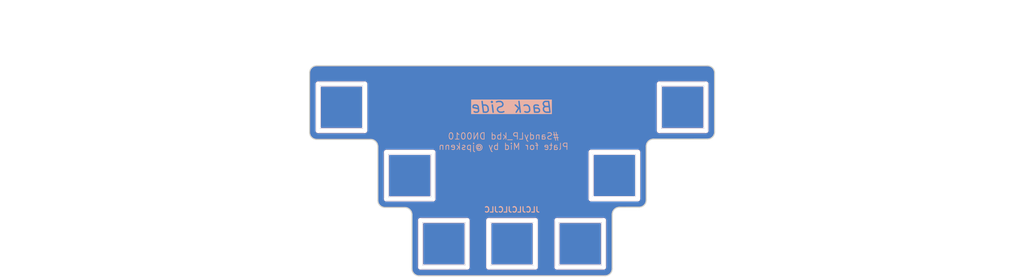
<source format=kicad_pcb>
(kicad_pcb (version 20240108) (generator "pcbnew") (generator_version "8.0")
  (title_block (title "Sandy") (date "2023-01-06") (rev "v.0") (company "@jpskenn"))
  (layers (0 "F.Cu" signal) (31 "B.Cu" signal) (34 "B.Paste" user) (35 "F.Paste" user) (36 "B.SilkS" user "B.Silkscreen") (37 "F.SilkS" user "F.Silkscreen") (38 "B.Mask" user) (39 "F.Mask" user) (44 "Edge.Cuts" user))
  (net 0 "")
  (footprint "locallib:MX-Switch-Hole" (layer "F.Cu") (at 182.983435 87.72528)
    (property "Reference" "SW_R4CNT_R1" (hide yes))
    (property "Value" "SW_Push")
    (pad "" np_thru_hole roundrect (at -6.5 0 90) (size 14 1) (drill oval 14 1) (layers "F&B.Cu" "*.Mask") (roundrect_rratio 0.5))
    (pad "" np_thru_hole roundrect (at 0 -6.5) (size 14 1) (drill oval 14 1) (layers "F&B.Cu" "*.Mask") (roundrect_rratio 0.5))
    (pad "" np_thru_hole roundrect (at 0 6.5) (size 14 1) (drill oval 14 1) (layers "F&B.Cu" "*.Mask") (roundrect_rratio 0.5))
    (pad "" np_thru_hole roundrect (at 6.5 0 90) (size 14 1) (drill oval 14 1) (layers "F&B.Cu" "*.Mask") (roundrect_rratio 0.5))
  )
  (footprint "locallib:SandyLP_outline_Mid" (layer "F.Cu") (at 163.933435 59.15028)
    (property "Reference" "Cutout1" (hide yes))
    (property "Value" "60_Outline" (hide yes))
    (fp_line (start -56.535 -2.55004) (end -56.535 -19.13129) (stroke (width 0.3)) (layer "Edge.Cuts"))
    (fp_line (start -54.535 -0.55004) (end -39.475 -0.55004) (stroke (width 0.3)) (layer "Edge.Cuts"))
    (fp_line (start -37.475 16.44996) (end -37.475 1.44996) (stroke (width 0.3)) (layer "Edge.Cuts"))
    (fp_line (start -35.475 18.44996) (end -29.95 18.44996) (stroke (width 0.3)) (layer "Edge.Cuts"))
    (fp_line (start -27.95 35.52496) (end -27.95 20.44996) (stroke (width 0.3)) (layer "Edge.Cuts"))
    (fp_line (start -25.95 37.52496) (end 25.975 37.520746) (stroke (width 0.3)) (layer "Edge.Cuts"))
    (fp_line (start 27.975 35.520746) (end 27.975 20.389174) (stroke (width 0.3)) (layer "Edge.Cuts"))
    (fp_line (start 29.975 18.389174) (end 35.475 18.379174) (stroke (width 0.3)) (layer "Edge.Cuts"))
    (fp_line (start 37.475 16.379174) (end 37.475 1.371532) (stroke (width 0.3)) (layer "Edge.Cuts"))
    (fp_line (start 39.475 -0.628468) (end 54.555 -0.638468) (stroke (width 0.3)) (layer "Edge.Cuts"))
    (fp_line (start 54.555 -21.13129) (end -54.535 -21.13129) (stroke (width 0.3)) (layer "Edge.Cuts"))
    (fp_line (start 56.555 -2.638468) (end 56.555 -19.13129) (stroke (width 0.3)) (layer "Edge.Cuts"))
    (fp_arc (start -56.535 -19.13129) (mid -55.949214 -20.545504) (end -54.535 -21.13129) (stroke (width 0.3)) (layer "Edge.Cuts"))
    (fp_arc (start -54.535 -0.55004) (mid -55.949214 -1.135826) (end -56.535 -2.55004) (stroke (width 0.3)) (layer "Edge.Cuts"))
    (fp_arc (start -39.475 -0.55004) (mid -38.060786 0.035746) (end -37.475 1.44996) (stroke (width 0.3)) (layer "Edge.Cuts"))
    (fp_arc (start -35.475 18.44996) (mid -36.889214 17.864174) (end -37.475 16.44996) (stroke (width 0.3)) (layer "Edge.Cuts"))
    (fp_arc (start -29.95 18.44996) (mid -28.535786 19.035746) (end -27.95 20.44996) (stroke (width 0.3)) (layer "Edge.Cuts"))
    (fp_arc (start -25.95 37.52496) (mid -27.364214 36.939174) (end -27.95 35.52496) (stroke (width 0.3)) (layer "Edge.Cuts"))
    (fp_arc (start 27.975 20.389174) (mid 28.560766 18.974948) (end 29.975 18.389174) (stroke (width 0.3)) (layer "Edge.Cuts"))
    (fp_arc (start 27.975 35.520746) (mid 27.389211 36.934956) (end 25.975 37.520746) (stroke (width 0.3)) (layer "Edge.Cuts"))
    (fp_arc (start 37.475 1.371532) (mid 38.060786 -0.042683) (end 39.475 -0.628468) (stroke (width 0.3)) (layer "Edge.Cuts"))
    (fp_arc (start 37.475 16.379174) (mid 36.889193 17.793375) (end 35.475 18.379174) (stroke (width 0.3)) (layer "Edge.Cuts"))
    (fp_arc (start 54.555 -21.13129) (mid 55.96921 -20.545503) (end 56.555 -19.13129) (stroke (width 0.3)) (layer "Edge.Cuts"))
    (fp_arc (start 56.555 -2.638468) (mid 55.969219 -1.22425) (end 54.555 -0.638468) (stroke (width 0.3)) (layer "Edge.Cuts"))
  )
  (footprint "locallib:MX-Switch-Hole" (layer "F.Cu") (at 211.558435 49.62528)
    (property "Reference" "SW_U1" (hide yes))
    (property "Value" "SW_Push")
    (pad "" np_thru_hole roundrect (at -6.5 0 90) (size 14 1) (drill oval 14 1) (layers "F&B.Cu" "*.Mask") (roundrect_rratio 0.5))
    (pad "" np_thru_hole roundrect (at 0 -6.5) (size 14 1) (drill oval 14 1) (layers "F&B.Cu" "*.Mask") (roundrect_rratio 0.5))
    (pad "" np_thru_hole roundrect (at 0 6.5) (size 14 1) (drill oval 14 1) (layers "F&B.Cu" "*.Mask") (roundrect_rratio 0.5))
    (pad "" np_thru_hole roundrect (at 6.5 0 90) (size 14 1) (drill oval 14 1) (layers "F&B.Cu" "*.Mask") (roundrect_rratio 0.5))
  )
  (footprint "locallib:MX-Switch-Hole" (layer "F.Cu") (at 135.358435 68.70032)
    (property "Reference" "SW_G1" (hide yes))
    (property "Value" "SW_Push")
    (pad "" np_thru_hole roundrect (at -6.5 0 90) (size 14 1) (drill oval 14 1) (layers "F&B.Cu" "*.Mask") (roundrect_rratio 0.5))
    (pad "" np_thru_hole roundrect (at 0 -6.5) (size 14 1) (drill oval 14 1) (layers "F&B.Cu" "*.Mask") (roundrect_rratio 0.5))
    (pad "" np_thru_hole roundrect (at 0 6.5) (size 14 1) (drill oval 14 1) (layers "F&B.Cu" "*.Mask") (roundrect_rratio 0.5))
    (pad "" np_thru_hole roundrect (at 6.5 0 90) (size 14 1) (drill oval 14 1) (layers "F&B.Cu" "*.Mask") (roundrect_rratio 0.5))
  )
  (footprint "locallib:MX-Switch-Hole" (layer "F.Cu") (at 192.508435 68.67528)
    (property "Reference" "SW_H1" (hide yes))
    (property "Value" "SW_Push")
    (pad "" np_thru_hole roundrect (at -6.5 0 90) (size 14 1) (drill oval 14 1) (layers "F&B.Cu" "*.Mask") (roundrect_rratio 0.5))
    (pad "" np_thru_hole roundrect (at 0 -6.5) (size 14 1) (drill oval 14 1) (layers "F&B.Cu" "*.Mask") (roundrect_rratio 0.5))
    (pad "" np_thru_hole roundrect (at 0 6.5) (size 14 1) (drill oval 14 1) (layers "F&B.Cu" "*.Mask") (roundrect_rratio 0.5))
    (pad "" np_thru_hole roundrect (at 6.5 0 90) (size 14 1) (drill oval 14 1) (layers "F&B.Cu" "*.Mask") (roundrect_rratio 0.5))
  )
  (footprint "locallib:MX-Switch-Hole" (layer "F.Cu") (at 116.308435 49.62528)
    (property "Reference" "SW_R1" (hide yes))
    (property "Value" "SW_Push")
    (pad "" np_thru_hole roundrect (at -6.5 0 90) (size 14 1) (drill oval 14 1) (layers "F&B.Cu" "*.Mask") (roundrect_rratio 0.5))
    (pad "" np_thru_hole roundrect (at 0 -6.5) (size 14 1) (drill oval 14 1) (layers "F&B.Cu" "*.Mask") (roundrect_rratio 0.5))
    (pad "" np_thru_hole roundrect (at 0 6.5) (size 14 1) (drill oval 14 1) (layers "F&B.Cu" "*.Mask") (roundrect_rratio 0.5))
    (pad "" np_thru_hole roundrect (at 6.5 0 90) (size 14 1) (drill oval 14 1) (layers "F&B.Cu" "*.Mask") (roundrect_rratio 0.5))
  )
  (footprint "locallib:MX-Switch-Hole" (layer "F.Cu") (at 144.883435 87.72528)
    (property "Reference" "SW_R4CNT_L1" (hide yes))
    (property "Value" "SW_Push")
    (pad "" np_thru_hole roundrect (at -6.5 0 90) (size 14 1) (drill oval 14 1) (layers "F&B.Cu" "*.Mask") (roundrect_rratio 0.5))
    (pad "" np_thru_hole roundrect (at 0 -6.5) (size 14 1) (drill oval 14 1) (layers "F&B.Cu" "*.Mask") (roundrect_rratio 0.5))
    (pad "" np_thru_hole roundrect (at 0 6.5) (size 14 1) (drill oval 14 1) (layers "F&B.Cu" "*.Mask") (roundrect_rratio 0.5))
    (pad "" np_thru_hole roundrect (at 6.5 0 90) (size 14 1) (drill oval 14 1) (layers "F&B.Cu" "*.Mask") (roundrect_rratio 0.5))
  )
  (footprint "locallib:MX-Switch-Hole" (layer "F.Cu") (at 163.933435 87.72528)
    (property "Reference" "SW_R4CNT_C1" (hide yes))
    (property "Value" "SW_Push")
    (pad "" np_thru_hole roundrect (at -6.5 0 90) (size 14 1) (drill oval 14 1) (layers "F&B.Cu" "*.Mask") (roundrect_rratio 0.5))
    (pad "" np_thru_hole roundrect (at 0 -6.5) (size 14 1) (drill oval 14 1) (layers "F&B.Cu" "*.Mask") (roundrect_rratio 0.5))
    (pad "" np_thru_hole roundrect (at 0 6.5) (size 14 1) (drill oval 14 1) (layers "F&B.Cu" "*.Mask") (roundrect_rratio 0.5))
    (pad "" np_thru_hole roundrect (at 6.5 0 90) (size 14 1) (drill oval 14 1) (layers "F&B.Cu" "*.Mask") (roundrect_rratio 0.5))
  )
  (gr_text "JLCJLCJLCJLC" (at 163.933435 78.20028 0) (layer "B.SilkS") (effects (font (size 1.5 1.5) (thickness 0.3)) (justify mirror)))
  (gr_text "Back Side" (at 163.933435 49.62528 0) (layer "B.SilkS" knockout) (effects (font (size 3 3) (thickness 0.4) (italic yes)) (justify mirror)))
  (gr_text "#SandyLP_kbd DN0010\nPlate for Mid by @jpskenn" (at 161.552185 59.15028 0) (layer "B.SilkS") (effects (font (size 1.8 1.8) (thickness 0.2)) (justify mirror)))
  (zone (net 0) (net_name "") (layers "F&B.Cu") (connect_pads (clearance 0.2)) (min_thickness 0.3) (fill yes (thermal_gap 0.3) (thermal_bridge_width 0.5))
    (polygon (pts (xy 306.808435 97.25028) (xy 21.058435 97.25028) (xy 21.058435 21.05028) (xy 306.808435 21.05028)))
  )
)
</source>
